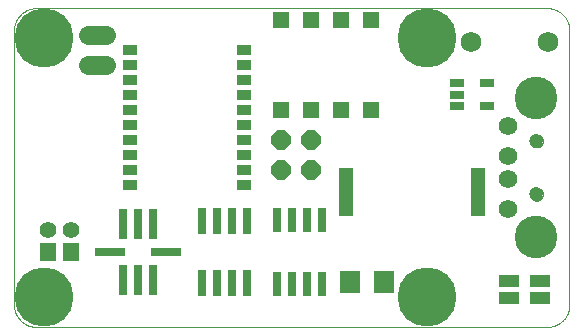
<source format=gts>
G75*
%MOIN*%
%OFA0B0*%
%FSLAX25Y25*%
%IPPOS*%
%LPD*%
%AMOC8*
5,1,8,0,0,1.08239X$1,22.5*
%
%ADD10C,0.00000*%
%ADD11C,0.09061*%
%ADD12C,0.19685*%
%ADD13R,0.04900X0.03400*%
%ADD14R,0.05124X0.16148*%
%ADD15R,0.03156X0.10243*%
%ADD16R,0.10243X0.03156*%
%ADD17R,0.05400X0.05400*%
%ADD18C,0.06140*%
%ADD19C,0.14243*%
%ADD20C,0.04731*%
%ADD21R,0.05124X0.02500*%
%ADD22R,0.05124X0.02565*%
%ADD23R,0.03000X0.08400*%
%ADD24R,0.02762X0.09061*%
%ADD25C,0.06896*%
%ADD26C,0.06400*%
%ADD27OC8,0.06400*%
%ADD28R,0.07093X0.04140*%
%ADD29C,0.05550*%
%ADD30R,0.06699X0.07487*%
%ADD31R,0.05518X0.06306*%
D10*
X0114898Y0038933D02*
X0114898Y0130232D01*
X0114900Y0130413D01*
X0114907Y0130594D01*
X0114918Y0130775D01*
X0114933Y0130956D01*
X0114953Y0131136D01*
X0114977Y0131316D01*
X0115005Y0131495D01*
X0115038Y0131673D01*
X0115075Y0131850D01*
X0115116Y0132027D01*
X0115161Y0132202D01*
X0115211Y0132377D01*
X0115265Y0132550D01*
X0115323Y0132721D01*
X0115385Y0132892D01*
X0115452Y0133060D01*
X0115522Y0133227D01*
X0115596Y0133393D01*
X0115675Y0133556D01*
X0115757Y0133717D01*
X0115843Y0133877D01*
X0115933Y0134034D01*
X0116027Y0134189D01*
X0116124Y0134342D01*
X0116226Y0134492D01*
X0116330Y0134640D01*
X0116439Y0134786D01*
X0116550Y0134928D01*
X0116666Y0135068D01*
X0116784Y0135205D01*
X0116906Y0135340D01*
X0117031Y0135471D01*
X0117159Y0135599D01*
X0117290Y0135724D01*
X0117425Y0135846D01*
X0117562Y0135964D01*
X0117702Y0136080D01*
X0117844Y0136191D01*
X0117990Y0136300D01*
X0118138Y0136404D01*
X0118288Y0136506D01*
X0118441Y0136603D01*
X0118596Y0136697D01*
X0118753Y0136787D01*
X0118913Y0136873D01*
X0119074Y0136955D01*
X0119237Y0137034D01*
X0119403Y0137108D01*
X0119570Y0137178D01*
X0119738Y0137245D01*
X0119909Y0137307D01*
X0120080Y0137365D01*
X0120253Y0137419D01*
X0120428Y0137469D01*
X0120603Y0137514D01*
X0120780Y0137555D01*
X0120957Y0137592D01*
X0121135Y0137625D01*
X0121314Y0137653D01*
X0121494Y0137677D01*
X0121674Y0137697D01*
X0121855Y0137712D01*
X0122036Y0137723D01*
X0122217Y0137730D01*
X0122398Y0137732D01*
X0292595Y0137732D01*
X0292776Y0137730D01*
X0292957Y0137723D01*
X0293138Y0137712D01*
X0293319Y0137697D01*
X0293499Y0137677D01*
X0293679Y0137653D01*
X0293858Y0137625D01*
X0294036Y0137592D01*
X0294213Y0137555D01*
X0294390Y0137514D01*
X0294565Y0137469D01*
X0294740Y0137419D01*
X0294913Y0137365D01*
X0295084Y0137307D01*
X0295255Y0137245D01*
X0295423Y0137178D01*
X0295590Y0137108D01*
X0295756Y0137034D01*
X0295919Y0136955D01*
X0296080Y0136873D01*
X0296240Y0136787D01*
X0296397Y0136697D01*
X0296552Y0136603D01*
X0296705Y0136506D01*
X0296855Y0136404D01*
X0297003Y0136300D01*
X0297149Y0136191D01*
X0297291Y0136080D01*
X0297431Y0135964D01*
X0297568Y0135846D01*
X0297703Y0135724D01*
X0297834Y0135599D01*
X0297962Y0135471D01*
X0298087Y0135340D01*
X0298209Y0135205D01*
X0298327Y0135068D01*
X0298443Y0134928D01*
X0298554Y0134786D01*
X0298663Y0134640D01*
X0298767Y0134492D01*
X0298869Y0134342D01*
X0298966Y0134189D01*
X0299060Y0134034D01*
X0299150Y0133877D01*
X0299236Y0133717D01*
X0299318Y0133556D01*
X0299397Y0133393D01*
X0299471Y0133227D01*
X0299541Y0133060D01*
X0299608Y0132892D01*
X0299670Y0132721D01*
X0299728Y0132550D01*
X0299782Y0132377D01*
X0299832Y0132202D01*
X0299877Y0132027D01*
X0299918Y0131850D01*
X0299955Y0131673D01*
X0299988Y0131495D01*
X0300016Y0131316D01*
X0300040Y0131136D01*
X0300060Y0130956D01*
X0300075Y0130775D01*
X0300086Y0130594D01*
X0300093Y0130413D01*
X0300095Y0130232D01*
X0300095Y0038933D01*
X0300093Y0038752D01*
X0300086Y0038571D01*
X0300075Y0038390D01*
X0300060Y0038209D01*
X0300040Y0038029D01*
X0300016Y0037849D01*
X0299988Y0037670D01*
X0299955Y0037492D01*
X0299918Y0037315D01*
X0299877Y0037138D01*
X0299832Y0036963D01*
X0299782Y0036788D01*
X0299728Y0036615D01*
X0299670Y0036444D01*
X0299608Y0036273D01*
X0299541Y0036105D01*
X0299471Y0035938D01*
X0299397Y0035772D01*
X0299318Y0035609D01*
X0299236Y0035448D01*
X0299150Y0035288D01*
X0299060Y0035131D01*
X0298966Y0034976D01*
X0298869Y0034823D01*
X0298767Y0034673D01*
X0298663Y0034525D01*
X0298554Y0034379D01*
X0298443Y0034237D01*
X0298327Y0034097D01*
X0298209Y0033960D01*
X0298087Y0033825D01*
X0297962Y0033694D01*
X0297834Y0033566D01*
X0297703Y0033441D01*
X0297568Y0033319D01*
X0297431Y0033201D01*
X0297291Y0033085D01*
X0297149Y0032974D01*
X0297003Y0032865D01*
X0296855Y0032761D01*
X0296705Y0032659D01*
X0296552Y0032562D01*
X0296397Y0032468D01*
X0296240Y0032378D01*
X0296080Y0032292D01*
X0295919Y0032210D01*
X0295756Y0032131D01*
X0295590Y0032057D01*
X0295423Y0031987D01*
X0295255Y0031920D01*
X0295084Y0031858D01*
X0294913Y0031800D01*
X0294740Y0031746D01*
X0294565Y0031696D01*
X0294390Y0031651D01*
X0294213Y0031610D01*
X0294036Y0031573D01*
X0293858Y0031540D01*
X0293679Y0031512D01*
X0293499Y0031488D01*
X0293319Y0031468D01*
X0293138Y0031453D01*
X0292957Y0031442D01*
X0292776Y0031435D01*
X0292595Y0031433D01*
X0122398Y0031433D01*
X0122217Y0031435D01*
X0122036Y0031442D01*
X0121855Y0031453D01*
X0121674Y0031468D01*
X0121494Y0031488D01*
X0121314Y0031512D01*
X0121135Y0031540D01*
X0120957Y0031573D01*
X0120780Y0031610D01*
X0120603Y0031651D01*
X0120428Y0031696D01*
X0120253Y0031746D01*
X0120080Y0031800D01*
X0119909Y0031858D01*
X0119738Y0031920D01*
X0119570Y0031987D01*
X0119403Y0032057D01*
X0119237Y0032131D01*
X0119074Y0032210D01*
X0118913Y0032292D01*
X0118753Y0032378D01*
X0118596Y0032468D01*
X0118441Y0032562D01*
X0118288Y0032659D01*
X0118138Y0032761D01*
X0117990Y0032865D01*
X0117844Y0032974D01*
X0117702Y0033085D01*
X0117562Y0033201D01*
X0117425Y0033319D01*
X0117290Y0033441D01*
X0117159Y0033566D01*
X0117031Y0033694D01*
X0116906Y0033825D01*
X0116784Y0033960D01*
X0116666Y0034097D01*
X0116550Y0034237D01*
X0116439Y0034379D01*
X0116330Y0034525D01*
X0116226Y0034673D01*
X0116124Y0034823D01*
X0116027Y0034976D01*
X0115933Y0035131D01*
X0115843Y0035288D01*
X0115757Y0035448D01*
X0115675Y0035609D01*
X0115596Y0035772D01*
X0115522Y0035938D01*
X0115452Y0036105D01*
X0115385Y0036273D01*
X0115323Y0036444D01*
X0115265Y0036615D01*
X0115211Y0036788D01*
X0115161Y0036963D01*
X0115116Y0037138D01*
X0115075Y0037315D01*
X0115038Y0037492D01*
X0115005Y0037670D01*
X0114977Y0037849D01*
X0114953Y0038029D01*
X0114933Y0038209D01*
X0114918Y0038390D01*
X0114907Y0038571D01*
X0114900Y0038752D01*
X0114898Y0038933D01*
X0120764Y0041433D02*
X0120766Y0041564D01*
X0120772Y0041696D01*
X0120782Y0041827D01*
X0120796Y0041958D01*
X0120814Y0042088D01*
X0120836Y0042217D01*
X0120861Y0042346D01*
X0120891Y0042474D01*
X0120925Y0042601D01*
X0120962Y0042728D01*
X0121003Y0042852D01*
X0121048Y0042976D01*
X0121097Y0043098D01*
X0121149Y0043219D01*
X0121205Y0043337D01*
X0121265Y0043455D01*
X0121328Y0043570D01*
X0121395Y0043683D01*
X0121465Y0043795D01*
X0121538Y0043904D01*
X0121614Y0044010D01*
X0121694Y0044115D01*
X0121777Y0044217D01*
X0121863Y0044316D01*
X0121952Y0044413D01*
X0122044Y0044507D01*
X0122139Y0044598D01*
X0122236Y0044687D01*
X0122336Y0044772D01*
X0122439Y0044854D01*
X0122544Y0044933D01*
X0122651Y0045009D01*
X0122761Y0045081D01*
X0122873Y0045150D01*
X0122987Y0045216D01*
X0123102Y0045278D01*
X0123220Y0045337D01*
X0123339Y0045392D01*
X0123460Y0045444D01*
X0123583Y0045491D01*
X0123707Y0045535D01*
X0123832Y0045576D01*
X0123958Y0045612D01*
X0124086Y0045645D01*
X0124214Y0045673D01*
X0124343Y0045698D01*
X0124473Y0045719D01*
X0124603Y0045736D01*
X0124734Y0045749D01*
X0124865Y0045758D01*
X0124996Y0045763D01*
X0125128Y0045764D01*
X0125259Y0045761D01*
X0125391Y0045754D01*
X0125522Y0045743D01*
X0125652Y0045728D01*
X0125782Y0045709D01*
X0125912Y0045686D01*
X0126040Y0045660D01*
X0126168Y0045629D01*
X0126295Y0045594D01*
X0126421Y0045556D01*
X0126545Y0045514D01*
X0126669Y0045468D01*
X0126790Y0045418D01*
X0126910Y0045365D01*
X0127029Y0045308D01*
X0127146Y0045248D01*
X0127260Y0045184D01*
X0127373Y0045116D01*
X0127484Y0045045D01*
X0127593Y0044971D01*
X0127699Y0044894D01*
X0127803Y0044813D01*
X0127904Y0044730D01*
X0128003Y0044643D01*
X0128099Y0044553D01*
X0128192Y0044460D01*
X0128283Y0044365D01*
X0128370Y0044267D01*
X0128455Y0044166D01*
X0128536Y0044063D01*
X0128614Y0043957D01*
X0128689Y0043849D01*
X0128761Y0043739D01*
X0128829Y0043627D01*
X0128894Y0043513D01*
X0128955Y0043396D01*
X0129013Y0043278D01*
X0129067Y0043158D01*
X0129118Y0043037D01*
X0129165Y0042914D01*
X0129208Y0042790D01*
X0129247Y0042665D01*
X0129283Y0042538D01*
X0129314Y0042410D01*
X0129342Y0042282D01*
X0129366Y0042153D01*
X0129386Y0042023D01*
X0129402Y0041892D01*
X0129414Y0041761D01*
X0129422Y0041630D01*
X0129426Y0041499D01*
X0129426Y0041367D01*
X0129422Y0041236D01*
X0129414Y0041105D01*
X0129402Y0040974D01*
X0129386Y0040843D01*
X0129366Y0040713D01*
X0129342Y0040584D01*
X0129314Y0040456D01*
X0129283Y0040328D01*
X0129247Y0040201D01*
X0129208Y0040076D01*
X0129165Y0039952D01*
X0129118Y0039829D01*
X0129067Y0039708D01*
X0129013Y0039588D01*
X0128955Y0039470D01*
X0128894Y0039353D01*
X0128829Y0039239D01*
X0128761Y0039127D01*
X0128689Y0039017D01*
X0128614Y0038909D01*
X0128536Y0038803D01*
X0128455Y0038700D01*
X0128370Y0038599D01*
X0128283Y0038501D01*
X0128192Y0038406D01*
X0128099Y0038313D01*
X0128003Y0038223D01*
X0127904Y0038136D01*
X0127803Y0038053D01*
X0127699Y0037972D01*
X0127593Y0037895D01*
X0127484Y0037821D01*
X0127373Y0037750D01*
X0127261Y0037682D01*
X0127146Y0037618D01*
X0127029Y0037558D01*
X0126910Y0037501D01*
X0126790Y0037448D01*
X0126669Y0037398D01*
X0126545Y0037352D01*
X0126421Y0037310D01*
X0126295Y0037272D01*
X0126168Y0037237D01*
X0126040Y0037206D01*
X0125912Y0037180D01*
X0125782Y0037157D01*
X0125652Y0037138D01*
X0125522Y0037123D01*
X0125391Y0037112D01*
X0125259Y0037105D01*
X0125128Y0037102D01*
X0124996Y0037103D01*
X0124865Y0037108D01*
X0124734Y0037117D01*
X0124603Y0037130D01*
X0124473Y0037147D01*
X0124343Y0037168D01*
X0124214Y0037193D01*
X0124086Y0037221D01*
X0123958Y0037254D01*
X0123832Y0037290D01*
X0123707Y0037331D01*
X0123583Y0037375D01*
X0123460Y0037422D01*
X0123339Y0037474D01*
X0123220Y0037529D01*
X0123102Y0037588D01*
X0122987Y0037650D01*
X0122873Y0037716D01*
X0122761Y0037785D01*
X0122651Y0037857D01*
X0122544Y0037933D01*
X0122439Y0038012D01*
X0122336Y0038094D01*
X0122236Y0038179D01*
X0122139Y0038268D01*
X0122044Y0038359D01*
X0121952Y0038453D01*
X0121863Y0038550D01*
X0121777Y0038649D01*
X0121694Y0038751D01*
X0121614Y0038856D01*
X0121538Y0038962D01*
X0121465Y0039071D01*
X0121395Y0039183D01*
X0121328Y0039296D01*
X0121265Y0039411D01*
X0121205Y0039529D01*
X0121149Y0039647D01*
X0121097Y0039768D01*
X0121048Y0039890D01*
X0121003Y0040014D01*
X0120962Y0040138D01*
X0120925Y0040265D01*
X0120891Y0040392D01*
X0120861Y0040520D01*
X0120836Y0040649D01*
X0120814Y0040778D01*
X0120796Y0040908D01*
X0120782Y0041039D01*
X0120772Y0041170D01*
X0120766Y0041302D01*
X0120764Y0041433D01*
X0248264Y0041433D02*
X0248266Y0041564D01*
X0248272Y0041696D01*
X0248282Y0041827D01*
X0248296Y0041958D01*
X0248314Y0042088D01*
X0248336Y0042217D01*
X0248361Y0042346D01*
X0248391Y0042474D01*
X0248425Y0042601D01*
X0248462Y0042728D01*
X0248503Y0042852D01*
X0248548Y0042976D01*
X0248597Y0043098D01*
X0248649Y0043219D01*
X0248705Y0043337D01*
X0248765Y0043455D01*
X0248828Y0043570D01*
X0248895Y0043683D01*
X0248965Y0043795D01*
X0249038Y0043904D01*
X0249114Y0044010D01*
X0249194Y0044115D01*
X0249277Y0044217D01*
X0249363Y0044316D01*
X0249452Y0044413D01*
X0249544Y0044507D01*
X0249639Y0044598D01*
X0249736Y0044687D01*
X0249836Y0044772D01*
X0249939Y0044854D01*
X0250044Y0044933D01*
X0250151Y0045009D01*
X0250261Y0045081D01*
X0250373Y0045150D01*
X0250487Y0045216D01*
X0250602Y0045278D01*
X0250720Y0045337D01*
X0250839Y0045392D01*
X0250960Y0045444D01*
X0251083Y0045491D01*
X0251207Y0045535D01*
X0251332Y0045576D01*
X0251458Y0045612D01*
X0251586Y0045645D01*
X0251714Y0045673D01*
X0251843Y0045698D01*
X0251973Y0045719D01*
X0252103Y0045736D01*
X0252234Y0045749D01*
X0252365Y0045758D01*
X0252496Y0045763D01*
X0252628Y0045764D01*
X0252759Y0045761D01*
X0252891Y0045754D01*
X0253022Y0045743D01*
X0253152Y0045728D01*
X0253282Y0045709D01*
X0253412Y0045686D01*
X0253540Y0045660D01*
X0253668Y0045629D01*
X0253795Y0045594D01*
X0253921Y0045556D01*
X0254045Y0045514D01*
X0254169Y0045468D01*
X0254290Y0045418D01*
X0254410Y0045365D01*
X0254529Y0045308D01*
X0254646Y0045248D01*
X0254760Y0045184D01*
X0254873Y0045116D01*
X0254984Y0045045D01*
X0255093Y0044971D01*
X0255199Y0044894D01*
X0255303Y0044813D01*
X0255404Y0044730D01*
X0255503Y0044643D01*
X0255599Y0044553D01*
X0255692Y0044460D01*
X0255783Y0044365D01*
X0255870Y0044267D01*
X0255955Y0044166D01*
X0256036Y0044063D01*
X0256114Y0043957D01*
X0256189Y0043849D01*
X0256261Y0043739D01*
X0256329Y0043627D01*
X0256394Y0043513D01*
X0256455Y0043396D01*
X0256513Y0043278D01*
X0256567Y0043158D01*
X0256618Y0043037D01*
X0256665Y0042914D01*
X0256708Y0042790D01*
X0256747Y0042665D01*
X0256783Y0042538D01*
X0256814Y0042410D01*
X0256842Y0042282D01*
X0256866Y0042153D01*
X0256886Y0042023D01*
X0256902Y0041892D01*
X0256914Y0041761D01*
X0256922Y0041630D01*
X0256926Y0041499D01*
X0256926Y0041367D01*
X0256922Y0041236D01*
X0256914Y0041105D01*
X0256902Y0040974D01*
X0256886Y0040843D01*
X0256866Y0040713D01*
X0256842Y0040584D01*
X0256814Y0040456D01*
X0256783Y0040328D01*
X0256747Y0040201D01*
X0256708Y0040076D01*
X0256665Y0039952D01*
X0256618Y0039829D01*
X0256567Y0039708D01*
X0256513Y0039588D01*
X0256455Y0039470D01*
X0256394Y0039353D01*
X0256329Y0039239D01*
X0256261Y0039127D01*
X0256189Y0039017D01*
X0256114Y0038909D01*
X0256036Y0038803D01*
X0255955Y0038700D01*
X0255870Y0038599D01*
X0255783Y0038501D01*
X0255692Y0038406D01*
X0255599Y0038313D01*
X0255503Y0038223D01*
X0255404Y0038136D01*
X0255303Y0038053D01*
X0255199Y0037972D01*
X0255093Y0037895D01*
X0254984Y0037821D01*
X0254873Y0037750D01*
X0254761Y0037682D01*
X0254646Y0037618D01*
X0254529Y0037558D01*
X0254410Y0037501D01*
X0254290Y0037448D01*
X0254169Y0037398D01*
X0254045Y0037352D01*
X0253921Y0037310D01*
X0253795Y0037272D01*
X0253668Y0037237D01*
X0253540Y0037206D01*
X0253412Y0037180D01*
X0253282Y0037157D01*
X0253152Y0037138D01*
X0253022Y0037123D01*
X0252891Y0037112D01*
X0252759Y0037105D01*
X0252628Y0037102D01*
X0252496Y0037103D01*
X0252365Y0037108D01*
X0252234Y0037117D01*
X0252103Y0037130D01*
X0251973Y0037147D01*
X0251843Y0037168D01*
X0251714Y0037193D01*
X0251586Y0037221D01*
X0251458Y0037254D01*
X0251332Y0037290D01*
X0251207Y0037331D01*
X0251083Y0037375D01*
X0250960Y0037422D01*
X0250839Y0037474D01*
X0250720Y0037529D01*
X0250602Y0037588D01*
X0250487Y0037650D01*
X0250373Y0037716D01*
X0250261Y0037785D01*
X0250151Y0037857D01*
X0250044Y0037933D01*
X0249939Y0038012D01*
X0249836Y0038094D01*
X0249736Y0038179D01*
X0249639Y0038268D01*
X0249544Y0038359D01*
X0249452Y0038453D01*
X0249363Y0038550D01*
X0249277Y0038649D01*
X0249194Y0038751D01*
X0249114Y0038856D01*
X0249038Y0038962D01*
X0248965Y0039071D01*
X0248895Y0039183D01*
X0248828Y0039296D01*
X0248765Y0039411D01*
X0248705Y0039529D01*
X0248649Y0039647D01*
X0248597Y0039768D01*
X0248548Y0039890D01*
X0248503Y0040014D01*
X0248462Y0040138D01*
X0248425Y0040265D01*
X0248391Y0040392D01*
X0248361Y0040520D01*
X0248336Y0040649D01*
X0248314Y0040778D01*
X0248296Y0040908D01*
X0248282Y0041039D01*
X0248272Y0041170D01*
X0248266Y0041302D01*
X0248264Y0041433D01*
X0286907Y0075724D02*
X0286909Y0075817D01*
X0286915Y0075909D01*
X0286925Y0076001D01*
X0286939Y0076092D01*
X0286956Y0076183D01*
X0286978Y0076273D01*
X0287003Y0076362D01*
X0287032Y0076450D01*
X0287065Y0076536D01*
X0287102Y0076621D01*
X0287142Y0076705D01*
X0287186Y0076786D01*
X0287233Y0076866D01*
X0287283Y0076944D01*
X0287337Y0077019D01*
X0287394Y0077092D01*
X0287454Y0077162D01*
X0287517Y0077230D01*
X0287583Y0077295D01*
X0287651Y0077357D01*
X0287722Y0077417D01*
X0287796Y0077473D01*
X0287872Y0077526D01*
X0287950Y0077575D01*
X0288030Y0077622D01*
X0288112Y0077664D01*
X0288196Y0077704D01*
X0288281Y0077739D01*
X0288368Y0077771D01*
X0288456Y0077800D01*
X0288545Y0077824D01*
X0288635Y0077845D01*
X0288726Y0077861D01*
X0288818Y0077874D01*
X0288910Y0077883D01*
X0289003Y0077888D01*
X0289095Y0077889D01*
X0289188Y0077886D01*
X0289280Y0077879D01*
X0289372Y0077868D01*
X0289463Y0077853D01*
X0289554Y0077835D01*
X0289644Y0077812D01*
X0289732Y0077786D01*
X0289820Y0077756D01*
X0289906Y0077722D01*
X0289990Y0077685D01*
X0290073Y0077643D01*
X0290154Y0077599D01*
X0290234Y0077551D01*
X0290311Y0077500D01*
X0290385Y0077445D01*
X0290458Y0077387D01*
X0290528Y0077327D01*
X0290595Y0077263D01*
X0290659Y0077197D01*
X0290721Y0077127D01*
X0290779Y0077056D01*
X0290834Y0076982D01*
X0290886Y0076905D01*
X0290935Y0076826D01*
X0290981Y0076746D01*
X0291023Y0076663D01*
X0291061Y0076579D01*
X0291096Y0076493D01*
X0291127Y0076406D01*
X0291154Y0076318D01*
X0291177Y0076228D01*
X0291197Y0076138D01*
X0291213Y0076047D01*
X0291225Y0075955D01*
X0291233Y0075863D01*
X0291237Y0075770D01*
X0291237Y0075678D01*
X0291233Y0075585D01*
X0291225Y0075493D01*
X0291213Y0075401D01*
X0291197Y0075310D01*
X0291177Y0075220D01*
X0291154Y0075130D01*
X0291127Y0075042D01*
X0291096Y0074955D01*
X0291061Y0074869D01*
X0291023Y0074785D01*
X0290981Y0074702D01*
X0290935Y0074622D01*
X0290886Y0074543D01*
X0290834Y0074466D01*
X0290779Y0074392D01*
X0290721Y0074321D01*
X0290659Y0074251D01*
X0290595Y0074185D01*
X0290528Y0074121D01*
X0290458Y0074061D01*
X0290385Y0074003D01*
X0290311Y0073948D01*
X0290234Y0073897D01*
X0290155Y0073849D01*
X0290073Y0073805D01*
X0289990Y0073763D01*
X0289906Y0073726D01*
X0289820Y0073692D01*
X0289732Y0073662D01*
X0289644Y0073636D01*
X0289554Y0073613D01*
X0289463Y0073595D01*
X0289372Y0073580D01*
X0289280Y0073569D01*
X0289188Y0073562D01*
X0289095Y0073559D01*
X0289003Y0073560D01*
X0288910Y0073565D01*
X0288818Y0073574D01*
X0288726Y0073587D01*
X0288635Y0073603D01*
X0288545Y0073624D01*
X0288456Y0073648D01*
X0288368Y0073677D01*
X0288281Y0073709D01*
X0288196Y0073744D01*
X0288112Y0073784D01*
X0288030Y0073826D01*
X0287950Y0073873D01*
X0287872Y0073922D01*
X0287796Y0073975D01*
X0287722Y0074031D01*
X0287651Y0074091D01*
X0287583Y0074153D01*
X0287517Y0074218D01*
X0287454Y0074286D01*
X0287394Y0074356D01*
X0287337Y0074429D01*
X0287283Y0074504D01*
X0287233Y0074582D01*
X0287186Y0074662D01*
X0287142Y0074743D01*
X0287102Y0074827D01*
X0287065Y0074912D01*
X0287032Y0074998D01*
X0287003Y0075086D01*
X0286978Y0075175D01*
X0286956Y0075265D01*
X0286939Y0075356D01*
X0286925Y0075447D01*
X0286915Y0075539D01*
X0286909Y0075631D01*
X0286907Y0075724D01*
X0286907Y0093441D02*
X0286909Y0093534D01*
X0286915Y0093626D01*
X0286925Y0093718D01*
X0286939Y0093809D01*
X0286956Y0093900D01*
X0286978Y0093990D01*
X0287003Y0094079D01*
X0287032Y0094167D01*
X0287065Y0094253D01*
X0287102Y0094338D01*
X0287142Y0094422D01*
X0287186Y0094503D01*
X0287233Y0094583D01*
X0287283Y0094661D01*
X0287337Y0094736D01*
X0287394Y0094809D01*
X0287454Y0094879D01*
X0287517Y0094947D01*
X0287583Y0095012D01*
X0287651Y0095074D01*
X0287722Y0095134D01*
X0287796Y0095190D01*
X0287872Y0095243D01*
X0287950Y0095292D01*
X0288030Y0095339D01*
X0288112Y0095381D01*
X0288196Y0095421D01*
X0288281Y0095456D01*
X0288368Y0095488D01*
X0288456Y0095517D01*
X0288545Y0095541D01*
X0288635Y0095562D01*
X0288726Y0095578D01*
X0288818Y0095591D01*
X0288910Y0095600D01*
X0289003Y0095605D01*
X0289095Y0095606D01*
X0289188Y0095603D01*
X0289280Y0095596D01*
X0289372Y0095585D01*
X0289463Y0095570D01*
X0289554Y0095552D01*
X0289644Y0095529D01*
X0289732Y0095503D01*
X0289820Y0095473D01*
X0289906Y0095439D01*
X0289990Y0095402D01*
X0290073Y0095360D01*
X0290154Y0095316D01*
X0290234Y0095268D01*
X0290311Y0095217D01*
X0290385Y0095162D01*
X0290458Y0095104D01*
X0290528Y0095044D01*
X0290595Y0094980D01*
X0290659Y0094914D01*
X0290721Y0094844D01*
X0290779Y0094773D01*
X0290834Y0094699D01*
X0290886Y0094622D01*
X0290935Y0094543D01*
X0290981Y0094463D01*
X0291023Y0094380D01*
X0291061Y0094296D01*
X0291096Y0094210D01*
X0291127Y0094123D01*
X0291154Y0094035D01*
X0291177Y0093945D01*
X0291197Y0093855D01*
X0291213Y0093764D01*
X0291225Y0093672D01*
X0291233Y0093580D01*
X0291237Y0093487D01*
X0291237Y0093395D01*
X0291233Y0093302D01*
X0291225Y0093210D01*
X0291213Y0093118D01*
X0291197Y0093027D01*
X0291177Y0092937D01*
X0291154Y0092847D01*
X0291127Y0092759D01*
X0291096Y0092672D01*
X0291061Y0092586D01*
X0291023Y0092502D01*
X0290981Y0092419D01*
X0290935Y0092339D01*
X0290886Y0092260D01*
X0290834Y0092183D01*
X0290779Y0092109D01*
X0290721Y0092038D01*
X0290659Y0091968D01*
X0290595Y0091902D01*
X0290528Y0091838D01*
X0290458Y0091778D01*
X0290385Y0091720D01*
X0290311Y0091665D01*
X0290234Y0091614D01*
X0290155Y0091566D01*
X0290073Y0091522D01*
X0289990Y0091480D01*
X0289906Y0091443D01*
X0289820Y0091409D01*
X0289732Y0091379D01*
X0289644Y0091353D01*
X0289554Y0091330D01*
X0289463Y0091312D01*
X0289372Y0091297D01*
X0289280Y0091286D01*
X0289188Y0091279D01*
X0289095Y0091276D01*
X0289003Y0091277D01*
X0288910Y0091282D01*
X0288818Y0091291D01*
X0288726Y0091304D01*
X0288635Y0091320D01*
X0288545Y0091341D01*
X0288456Y0091365D01*
X0288368Y0091394D01*
X0288281Y0091426D01*
X0288196Y0091461D01*
X0288112Y0091501D01*
X0288030Y0091543D01*
X0287950Y0091590D01*
X0287872Y0091639D01*
X0287796Y0091692D01*
X0287722Y0091748D01*
X0287651Y0091808D01*
X0287583Y0091870D01*
X0287517Y0091935D01*
X0287454Y0092003D01*
X0287394Y0092073D01*
X0287337Y0092146D01*
X0287283Y0092221D01*
X0287233Y0092299D01*
X0287186Y0092379D01*
X0287142Y0092460D01*
X0287102Y0092544D01*
X0287065Y0092629D01*
X0287032Y0092715D01*
X0287003Y0092803D01*
X0286978Y0092892D01*
X0286956Y0092982D01*
X0286939Y0093073D01*
X0286925Y0093164D01*
X0286915Y0093256D01*
X0286909Y0093348D01*
X0286907Y0093441D01*
X0248264Y0127732D02*
X0248266Y0127863D01*
X0248272Y0127995D01*
X0248282Y0128126D01*
X0248296Y0128257D01*
X0248314Y0128387D01*
X0248336Y0128516D01*
X0248361Y0128645D01*
X0248391Y0128773D01*
X0248425Y0128900D01*
X0248462Y0129027D01*
X0248503Y0129151D01*
X0248548Y0129275D01*
X0248597Y0129397D01*
X0248649Y0129518D01*
X0248705Y0129636D01*
X0248765Y0129754D01*
X0248828Y0129869D01*
X0248895Y0129982D01*
X0248965Y0130094D01*
X0249038Y0130203D01*
X0249114Y0130309D01*
X0249194Y0130414D01*
X0249277Y0130516D01*
X0249363Y0130615D01*
X0249452Y0130712D01*
X0249544Y0130806D01*
X0249639Y0130897D01*
X0249736Y0130986D01*
X0249836Y0131071D01*
X0249939Y0131153D01*
X0250044Y0131232D01*
X0250151Y0131308D01*
X0250261Y0131380D01*
X0250373Y0131449D01*
X0250487Y0131515D01*
X0250602Y0131577D01*
X0250720Y0131636D01*
X0250839Y0131691D01*
X0250960Y0131743D01*
X0251083Y0131790D01*
X0251207Y0131834D01*
X0251332Y0131875D01*
X0251458Y0131911D01*
X0251586Y0131944D01*
X0251714Y0131972D01*
X0251843Y0131997D01*
X0251973Y0132018D01*
X0252103Y0132035D01*
X0252234Y0132048D01*
X0252365Y0132057D01*
X0252496Y0132062D01*
X0252628Y0132063D01*
X0252759Y0132060D01*
X0252891Y0132053D01*
X0253022Y0132042D01*
X0253152Y0132027D01*
X0253282Y0132008D01*
X0253412Y0131985D01*
X0253540Y0131959D01*
X0253668Y0131928D01*
X0253795Y0131893D01*
X0253921Y0131855D01*
X0254045Y0131813D01*
X0254169Y0131767D01*
X0254290Y0131717D01*
X0254410Y0131664D01*
X0254529Y0131607D01*
X0254646Y0131547D01*
X0254760Y0131483D01*
X0254873Y0131415D01*
X0254984Y0131344D01*
X0255093Y0131270D01*
X0255199Y0131193D01*
X0255303Y0131112D01*
X0255404Y0131029D01*
X0255503Y0130942D01*
X0255599Y0130852D01*
X0255692Y0130759D01*
X0255783Y0130664D01*
X0255870Y0130566D01*
X0255955Y0130465D01*
X0256036Y0130362D01*
X0256114Y0130256D01*
X0256189Y0130148D01*
X0256261Y0130038D01*
X0256329Y0129926D01*
X0256394Y0129812D01*
X0256455Y0129695D01*
X0256513Y0129577D01*
X0256567Y0129457D01*
X0256618Y0129336D01*
X0256665Y0129213D01*
X0256708Y0129089D01*
X0256747Y0128964D01*
X0256783Y0128837D01*
X0256814Y0128709D01*
X0256842Y0128581D01*
X0256866Y0128452D01*
X0256886Y0128322D01*
X0256902Y0128191D01*
X0256914Y0128060D01*
X0256922Y0127929D01*
X0256926Y0127798D01*
X0256926Y0127666D01*
X0256922Y0127535D01*
X0256914Y0127404D01*
X0256902Y0127273D01*
X0256886Y0127142D01*
X0256866Y0127012D01*
X0256842Y0126883D01*
X0256814Y0126755D01*
X0256783Y0126627D01*
X0256747Y0126500D01*
X0256708Y0126375D01*
X0256665Y0126251D01*
X0256618Y0126128D01*
X0256567Y0126007D01*
X0256513Y0125887D01*
X0256455Y0125769D01*
X0256394Y0125652D01*
X0256329Y0125538D01*
X0256261Y0125426D01*
X0256189Y0125316D01*
X0256114Y0125208D01*
X0256036Y0125102D01*
X0255955Y0124999D01*
X0255870Y0124898D01*
X0255783Y0124800D01*
X0255692Y0124705D01*
X0255599Y0124612D01*
X0255503Y0124522D01*
X0255404Y0124435D01*
X0255303Y0124352D01*
X0255199Y0124271D01*
X0255093Y0124194D01*
X0254984Y0124120D01*
X0254873Y0124049D01*
X0254761Y0123981D01*
X0254646Y0123917D01*
X0254529Y0123857D01*
X0254410Y0123800D01*
X0254290Y0123747D01*
X0254169Y0123697D01*
X0254045Y0123651D01*
X0253921Y0123609D01*
X0253795Y0123571D01*
X0253668Y0123536D01*
X0253540Y0123505D01*
X0253412Y0123479D01*
X0253282Y0123456D01*
X0253152Y0123437D01*
X0253022Y0123422D01*
X0252891Y0123411D01*
X0252759Y0123404D01*
X0252628Y0123401D01*
X0252496Y0123402D01*
X0252365Y0123407D01*
X0252234Y0123416D01*
X0252103Y0123429D01*
X0251973Y0123446D01*
X0251843Y0123467D01*
X0251714Y0123492D01*
X0251586Y0123520D01*
X0251458Y0123553D01*
X0251332Y0123589D01*
X0251207Y0123630D01*
X0251083Y0123674D01*
X0250960Y0123721D01*
X0250839Y0123773D01*
X0250720Y0123828D01*
X0250602Y0123887D01*
X0250487Y0123949D01*
X0250373Y0124015D01*
X0250261Y0124084D01*
X0250151Y0124156D01*
X0250044Y0124232D01*
X0249939Y0124311D01*
X0249836Y0124393D01*
X0249736Y0124478D01*
X0249639Y0124567D01*
X0249544Y0124658D01*
X0249452Y0124752D01*
X0249363Y0124849D01*
X0249277Y0124948D01*
X0249194Y0125050D01*
X0249114Y0125155D01*
X0249038Y0125261D01*
X0248965Y0125370D01*
X0248895Y0125482D01*
X0248828Y0125595D01*
X0248765Y0125710D01*
X0248705Y0125828D01*
X0248649Y0125946D01*
X0248597Y0126067D01*
X0248548Y0126189D01*
X0248503Y0126313D01*
X0248462Y0126437D01*
X0248425Y0126564D01*
X0248391Y0126691D01*
X0248361Y0126819D01*
X0248336Y0126948D01*
X0248314Y0127077D01*
X0248296Y0127207D01*
X0248282Y0127338D01*
X0248272Y0127469D01*
X0248266Y0127601D01*
X0248264Y0127732D01*
X0120764Y0127732D02*
X0120766Y0127863D01*
X0120772Y0127995D01*
X0120782Y0128126D01*
X0120796Y0128257D01*
X0120814Y0128387D01*
X0120836Y0128516D01*
X0120861Y0128645D01*
X0120891Y0128773D01*
X0120925Y0128900D01*
X0120962Y0129027D01*
X0121003Y0129151D01*
X0121048Y0129275D01*
X0121097Y0129397D01*
X0121149Y0129518D01*
X0121205Y0129636D01*
X0121265Y0129754D01*
X0121328Y0129869D01*
X0121395Y0129982D01*
X0121465Y0130094D01*
X0121538Y0130203D01*
X0121614Y0130309D01*
X0121694Y0130414D01*
X0121777Y0130516D01*
X0121863Y0130615D01*
X0121952Y0130712D01*
X0122044Y0130806D01*
X0122139Y0130897D01*
X0122236Y0130986D01*
X0122336Y0131071D01*
X0122439Y0131153D01*
X0122544Y0131232D01*
X0122651Y0131308D01*
X0122761Y0131380D01*
X0122873Y0131449D01*
X0122987Y0131515D01*
X0123102Y0131577D01*
X0123220Y0131636D01*
X0123339Y0131691D01*
X0123460Y0131743D01*
X0123583Y0131790D01*
X0123707Y0131834D01*
X0123832Y0131875D01*
X0123958Y0131911D01*
X0124086Y0131944D01*
X0124214Y0131972D01*
X0124343Y0131997D01*
X0124473Y0132018D01*
X0124603Y0132035D01*
X0124734Y0132048D01*
X0124865Y0132057D01*
X0124996Y0132062D01*
X0125128Y0132063D01*
X0125259Y0132060D01*
X0125391Y0132053D01*
X0125522Y0132042D01*
X0125652Y0132027D01*
X0125782Y0132008D01*
X0125912Y0131985D01*
X0126040Y0131959D01*
X0126168Y0131928D01*
X0126295Y0131893D01*
X0126421Y0131855D01*
X0126545Y0131813D01*
X0126669Y0131767D01*
X0126790Y0131717D01*
X0126910Y0131664D01*
X0127029Y0131607D01*
X0127146Y0131547D01*
X0127260Y0131483D01*
X0127373Y0131415D01*
X0127484Y0131344D01*
X0127593Y0131270D01*
X0127699Y0131193D01*
X0127803Y0131112D01*
X0127904Y0131029D01*
X0128003Y0130942D01*
X0128099Y0130852D01*
X0128192Y0130759D01*
X0128283Y0130664D01*
X0128370Y0130566D01*
X0128455Y0130465D01*
X0128536Y0130362D01*
X0128614Y0130256D01*
X0128689Y0130148D01*
X0128761Y0130038D01*
X0128829Y0129926D01*
X0128894Y0129812D01*
X0128955Y0129695D01*
X0129013Y0129577D01*
X0129067Y0129457D01*
X0129118Y0129336D01*
X0129165Y0129213D01*
X0129208Y0129089D01*
X0129247Y0128964D01*
X0129283Y0128837D01*
X0129314Y0128709D01*
X0129342Y0128581D01*
X0129366Y0128452D01*
X0129386Y0128322D01*
X0129402Y0128191D01*
X0129414Y0128060D01*
X0129422Y0127929D01*
X0129426Y0127798D01*
X0129426Y0127666D01*
X0129422Y0127535D01*
X0129414Y0127404D01*
X0129402Y0127273D01*
X0129386Y0127142D01*
X0129366Y0127012D01*
X0129342Y0126883D01*
X0129314Y0126755D01*
X0129283Y0126627D01*
X0129247Y0126500D01*
X0129208Y0126375D01*
X0129165Y0126251D01*
X0129118Y0126128D01*
X0129067Y0126007D01*
X0129013Y0125887D01*
X0128955Y0125769D01*
X0128894Y0125652D01*
X0128829Y0125538D01*
X0128761Y0125426D01*
X0128689Y0125316D01*
X0128614Y0125208D01*
X0128536Y0125102D01*
X0128455Y0124999D01*
X0128370Y0124898D01*
X0128283Y0124800D01*
X0128192Y0124705D01*
X0128099Y0124612D01*
X0128003Y0124522D01*
X0127904Y0124435D01*
X0127803Y0124352D01*
X0127699Y0124271D01*
X0127593Y0124194D01*
X0127484Y0124120D01*
X0127373Y0124049D01*
X0127261Y0123981D01*
X0127146Y0123917D01*
X0127029Y0123857D01*
X0126910Y0123800D01*
X0126790Y0123747D01*
X0126669Y0123697D01*
X0126545Y0123651D01*
X0126421Y0123609D01*
X0126295Y0123571D01*
X0126168Y0123536D01*
X0126040Y0123505D01*
X0125912Y0123479D01*
X0125782Y0123456D01*
X0125652Y0123437D01*
X0125522Y0123422D01*
X0125391Y0123411D01*
X0125259Y0123404D01*
X0125128Y0123401D01*
X0124996Y0123402D01*
X0124865Y0123407D01*
X0124734Y0123416D01*
X0124603Y0123429D01*
X0124473Y0123446D01*
X0124343Y0123467D01*
X0124214Y0123492D01*
X0124086Y0123520D01*
X0123958Y0123553D01*
X0123832Y0123589D01*
X0123707Y0123630D01*
X0123583Y0123674D01*
X0123460Y0123721D01*
X0123339Y0123773D01*
X0123220Y0123828D01*
X0123102Y0123887D01*
X0122987Y0123949D01*
X0122873Y0124015D01*
X0122761Y0124084D01*
X0122651Y0124156D01*
X0122544Y0124232D01*
X0122439Y0124311D01*
X0122336Y0124393D01*
X0122236Y0124478D01*
X0122139Y0124567D01*
X0122044Y0124658D01*
X0121952Y0124752D01*
X0121863Y0124849D01*
X0121777Y0124948D01*
X0121694Y0125050D01*
X0121614Y0125155D01*
X0121538Y0125261D01*
X0121465Y0125370D01*
X0121395Y0125482D01*
X0121328Y0125595D01*
X0121265Y0125710D01*
X0121205Y0125828D01*
X0121149Y0125946D01*
X0121097Y0126067D01*
X0121048Y0126189D01*
X0121003Y0126313D01*
X0120962Y0126437D01*
X0120925Y0126564D01*
X0120891Y0126691D01*
X0120861Y0126819D01*
X0120836Y0126948D01*
X0120814Y0127077D01*
X0120796Y0127207D01*
X0120782Y0127338D01*
X0120772Y0127469D01*
X0120766Y0127601D01*
X0120764Y0127732D01*
D11*
X0125095Y0127732D03*
X0252595Y0127732D03*
X0252595Y0041433D03*
X0125095Y0041433D03*
D12*
X0125095Y0041433D03*
X0252595Y0041433D03*
X0252595Y0127732D03*
X0125095Y0127732D03*
D13*
X0153745Y0123933D03*
X0153745Y0118933D03*
X0153745Y0113933D03*
X0153745Y0108933D03*
X0153745Y0103933D03*
X0153745Y0098933D03*
X0153745Y0093933D03*
X0153745Y0088933D03*
X0153745Y0083933D03*
X0153745Y0078933D03*
X0191445Y0078933D03*
X0191445Y0083933D03*
X0191445Y0088933D03*
X0191445Y0093933D03*
X0191445Y0098933D03*
X0191445Y0103933D03*
X0191445Y0108933D03*
X0191445Y0113933D03*
X0191445Y0118933D03*
X0191445Y0123933D03*
D14*
X0225548Y0076433D03*
X0269642Y0076433D03*
D15*
X0161345Y0065752D03*
X0156345Y0065752D03*
X0151345Y0065752D03*
X0151345Y0047115D03*
X0156345Y0047115D03*
X0161345Y0047115D03*
D16*
X0165664Y0056433D03*
X0147027Y0056433D03*
D17*
X0203845Y0103933D03*
X0213845Y0103933D03*
X0223845Y0103933D03*
X0233845Y0103933D03*
X0233845Y0133933D03*
X0223845Y0133933D03*
X0213845Y0133933D03*
X0203845Y0133933D03*
D18*
X0279623Y0098362D03*
X0279623Y0088520D03*
X0279623Y0080646D03*
X0279623Y0070803D03*
D19*
X0289072Y0061551D03*
X0289072Y0107614D03*
D20*
X0289072Y0093441D03*
X0289072Y0075724D03*
D21*
X0262477Y0105193D03*
X0262477Y0108933D03*
X0262477Y0112673D03*
D22*
X0272713Y0112673D03*
X0272713Y0105193D03*
D23*
X0217595Y0067000D03*
X0212595Y0067000D03*
X0207595Y0067000D03*
X0202595Y0067000D03*
X0202595Y0045866D03*
X0207595Y0045866D03*
X0212595Y0045866D03*
X0217595Y0045866D03*
D24*
X0192595Y0046197D03*
X0187595Y0046197D03*
X0182595Y0046197D03*
X0177595Y0046197D03*
X0177595Y0066669D03*
X0182595Y0066669D03*
X0187595Y0066669D03*
X0192595Y0066669D03*
D25*
X0267300Y0126433D03*
X0292890Y0126433D03*
D26*
X0145595Y0128933D02*
X0139595Y0128933D01*
X0139595Y0118933D02*
X0145595Y0118933D01*
D27*
X0203845Y0093933D03*
X0213845Y0093933D03*
X0213845Y0083933D03*
X0203845Y0083933D03*
D28*
X0279780Y0046886D03*
X0290410Y0046886D03*
X0290410Y0040980D03*
X0279780Y0040980D03*
D29*
X0134032Y0063933D03*
X0126158Y0063933D03*
D30*
X0227083Y0046433D03*
X0238107Y0046433D03*
D31*
X0133835Y0056433D03*
X0126355Y0056433D03*
M02*

</source>
